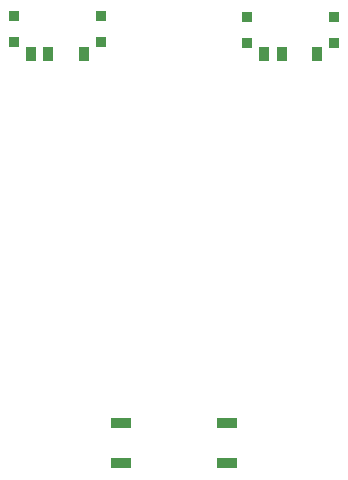
<source format=gbr>
%TF.GenerationSoftware,KiCad,Pcbnew,9.0.0*%
%TF.CreationDate,2025-06-07T14:34:51-06:00*%
%TF.ProjectId,Mau Keys,4d617520-4b65-4797-932e-6b696361645f,rev?*%
%TF.SameCoordinates,Original*%
%TF.FileFunction,Paste,Top*%
%TF.FilePolarity,Positive*%
%FSLAX46Y46*%
G04 Gerber Fmt 4.6, Leading zero omitted, Abs format (unit mm)*
G04 Created by KiCad (PCBNEW 9.0.0) date 2025-06-07 14:34:51*
%MOMM*%
%LPD*%
G01*
G04 APERTURE LIST*
%ADD10R,1.700000X0.900000*%
%ADD11R,0.900000X0.900000*%
%ADD12R,0.900000X1.250000*%
G04 APERTURE END LIST*
D10*
%TO.C,RSW1*%
X145000000Y-76700000D03*
X145000000Y-73300000D03*
%TD*%
D11*
%TO.C,SW_POWER2*%
X155685000Y-38905000D03*
X155685000Y-41105000D03*
X163085000Y-38905000D03*
X163085000Y-41105000D03*
D12*
X161635000Y-42080000D03*
X158635000Y-42080000D03*
X157135000Y-42080000D03*
%TD*%
D11*
%TO.C,SW_POWER1*%
X135920000Y-38862349D03*
X135920000Y-41062349D03*
X143320000Y-38862349D03*
X143320000Y-41062349D03*
D12*
X141870000Y-42037349D03*
X138870000Y-42037349D03*
X137370000Y-42037349D03*
%TD*%
D10*
%TO.C,RSW2*%
X154000000Y-76700000D03*
X154000000Y-73300000D03*
%TD*%
M02*

</source>
